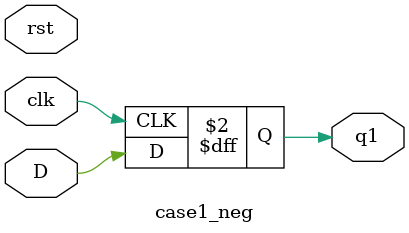
<source format=v>

module case1_neg(D, clk, rst, q1);

input D, clk, rst;
output q1;
reg q1;

always @(posedge clk)
begin
	q1 <= D;
end

endmodule
</source>
